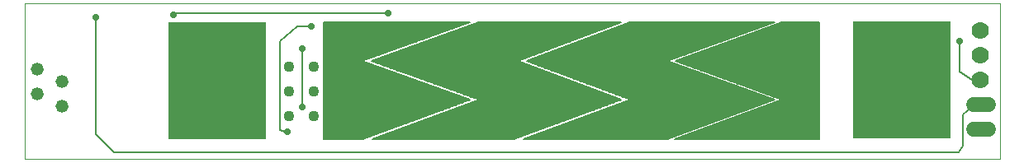
<source format=gbl>
G75*
G70*
%OFA0B0*%
%FSLAX24Y24*%
%IPPOS*%
%LPD*%
%AMOC8*
5,1,8,0,0,1.08239X$1,22.5*
%
%ADD10C,0.0000*%
%ADD11C,0.0436*%
%ADD12C,0.0520*%
%ADD13C,0.0050*%
%ADD14R,0.0500X0.0250*%
%ADD15R,0.3937X0.4724*%
%ADD16C,0.0600*%
%ADD17C,0.0700*%
%ADD18C,0.0277*%
%ADD19C,0.0079*%
D10*
X003649Y000907D02*
X043019Y000907D01*
X043019Y007206D01*
X003649Y007206D01*
X003649Y000907D01*
D11*
X014319Y002647D03*
X015319Y002647D03*
X015319Y003647D03*
X014319Y003647D03*
X014319Y004647D03*
X015319Y004647D03*
D12*
X005149Y004057D03*
X004149Y003557D03*
X005149Y003057D03*
X004149Y004557D03*
D13*
X015733Y004548D02*
X018182Y004548D01*
X018047Y004596D02*
X015733Y004596D01*
X015733Y004645D02*
X017913Y004645D01*
X017778Y004693D02*
X015733Y004693D01*
X015733Y004742D02*
X017643Y004742D01*
X017509Y004791D02*
X015733Y004791D01*
X015733Y004839D02*
X017374Y004839D01*
X017297Y004888D02*
X015733Y004888D01*
X015733Y004936D02*
X017432Y004936D01*
X017567Y004985D02*
X015733Y004985D01*
X015733Y005033D02*
X017701Y005033D01*
X017836Y005082D02*
X015733Y005082D01*
X015733Y005130D02*
X017971Y005130D01*
X018105Y005179D02*
X015733Y005179D01*
X015733Y005227D02*
X018240Y005227D01*
X018375Y005276D02*
X015733Y005276D01*
X015733Y005325D02*
X018510Y005325D01*
X018644Y005373D02*
X015733Y005373D01*
X015733Y005422D02*
X018779Y005422D01*
X018914Y005470D02*
X015733Y005470D01*
X015733Y005519D02*
X019048Y005519D01*
X019183Y005567D02*
X015733Y005567D01*
X015733Y005616D02*
X019318Y005616D01*
X019453Y005664D02*
X015733Y005664D01*
X015733Y005713D02*
X019587Y005713D01*
X019722Y005761D02*
X015733Y005761D01*
X015733Y005810D02*
X019857Y005810D01*
X019991Y005859D02*
X015733Y005859D01*
X015733Y005907D02*
X020126Y005907D01*
X020227Y005810D02*
X026039Y005810D01*
X025911Y005761D02*
X020094Y005761D01*
X019960Y005713D02*
X025782Y005713D01*
X025879Y005616D02*
X031622Y005616D01*
X031694Y005519D02*
X035733Y005519D01*
X035733Y005567D02*
X031826Y005567D01*
X031756Y005664D02*
X026008Y005664D01*
X026136Y005713D02*
X031889Y005713D01*
X031958Y005616D02*
X035733Y005616D01*
X035733Y005664D02*
X032090Y005664D01*
X032023Y005761D02*
X026265Y005761D01*
X026168Y005859D02*
X020361Y005859D01*
X020494Y005907D02*
X026297Y005907D01*
X026394Y005810D02*
X032156Y005810D01*
X032290Y005859D02*
X026522Y005859D01*
X026651Y005907D02*
X032423Y005907D01*
X032487Y005810D02*
X035733Y005810D01*
X035733Y005859D02*
X032620Y005859D01*
X032752Y005907D02*
X035733Y005907D01*
X035733Y005956D02*
X032884Y005956D01*
X032824Y006053D02*
X027037Y006053D01*
X026940Y006150D02*
X021162Y006150D01*
X021069Y006247D02*
X015733Y006247D01*
X015733Y006295D02*
X021204Y006295D01*
X021295Y006198D02*
X027068Y006198D01*
X027197Y006247D02*
X021429Y006247D01*
X021562Y006295D02*
X027326Y006295D01*
X027423Y006198D02*
X033224Y006198D01*
X033091Y006150D02*
X027294Y006150D01*
X027165Y006101D02*
X032957Y006101D01*
X033016Y006004D02*
X035733Y006004D01*
X035733Y006053D02*
X033149Y006053D01*
X033281Y006101D02*
X035733Y006101D01*
X035733Y006150D02*
X033413Y006150D01*
X033358Y006247D02*
X027551Y006247D01*
X027680Y006295D02*
X033491Y006295D01*
X033545Y006198D02*
X035733Y006198D01*
X035733Y006247D02*
X033678Y006247D01*
X033810Y006295D02*
X035733Y006295D01*
X035733Y006344D02*
X033942Y006344D01*
X033892Y006441D02*
X028066Y006441D01*
X028095Y006452D02*
X033922Y006452D01*
X029591Y004877D01*
X033922Y003302D01*
X029591Y001728D01*
X023804Y001728D01*
X028134Y003302D01*
X023922Y004877D01*
X028095Y006452D01*
X027937Y006392D02*
X033758Y006392D01*
X033625Y006344D02*
X027809Y006344D01*
X027741Y006452D02*
X023567Y004877D01*
X027741Y003302D01*
X023410Y001728D01*
X017701Y001728D01*
X022032Y003302D01*
X017662Y004877D01*
X021993Y006452D01*
X027741Y006452D01*
X027712Y006441D02*
X021962Y006441D01*
X021829Y006392D02*
X027583Y006392D01*
X027454Y006344D02*
X021696Y006344D01*
X021638Y006452D02*
X015733Y006452D01*
X015733Y001728D01*
X017308Y001728D01*
X021638Y003302D01*
X017268Y004877D01*
X021638Y006452D01*
X021608Y006441D02*
X015733Y006441D01*
X015733Y006392D02*
X021473Y006392D01*
X021338Y006344D02*
X015733Y006344D01*
X015733Y006198D02*
X020934Y006198D01*
X020800Y006150D02*
X015733Y006150D01*
X015733Y006101D02*
X020665Y006101D01*
X020761Y006004D02*
X026554Y006004D01*
X026683Y006053D02*
X020895Y006053D01*
X021028Y006101D02*
X026811Y006101D01*
X026908Y006004D02*
X032690Y006004D01*
X032557Y005956D02*
X026780Y005956D01*
X026425Y005956D02*
X020628Y005956D01*
X020530Y006053D02*
X015733Y006053D01*
X015733Y006004D02*
X020396Y006004D01*
X020261Y005956D02*
X015733Y005956D01*
X019159Y005422D02*
X025010Y005422D01*
X024882Y005373D02*
X019026Y005373D01*
X018892Y005325D02*
X024753Y005325D01*
X024850Y005227D02*
X030554Y005227D01*
X030635Y005130D02*
X035733Y005130D01*
X035733Y005082D02*
X030503Y005082D01*
X030371Y005033D02*
X035733Y005033D01*
X035733Y004985D02*
X030238Y004985D01*
X030154Y005082D02*
X024464Y005082D01*
X024593Y005130D02*
X030287Y005130D01*
X030421Y005179D02*
X024721Y005179D01*
X024624Y005276D02*
X018759Y005276D01*
X018625Y005227D02*
X024496Y005227D01*
X024367Y005179D02*
X018492Y005179D01*
X018358Y005130D02*
X024238Y005130D01*
X024110Y005082D02*
X018225Y005082D01*
X018091Y005033D02*
X023981Y005033D01*
X023852Y004985D02*
X017958Y004985D01*
X017824Y004936D02*
X023724Y004936D01*
X023668Y004839D02*
X017768Y004839D01*
X017691Y004888D02*
X023595Y004888D01*
X023949Y004888D02*
X029620Y004888D01*
X029696Y004839D02*
X024024Y004839D01*
X024078Y004936D02*
X029753Y004936D01*
X029887Y004985D02*
X024207Y004985D01*
X024335Y005033D02*
X030020Y005033D01*
X030106Y004936D02*
X035733Y004936D01*
X035733Y004888D02*
X029974Y004888D01*
X029945Y004877D02*
X034237Y003302D01*
X029906Y001728D01*
X035733Y001728D01*
X035733Y006452D01*
X034237Y006452D01*
X029945Y004877D01*
X030049Y004839D02*
X035733Y004839D01*
X035733Y004791D02*
X030181Y004791D01*
X030096Y004693D02*
X024413Y004693D01*
X024543Y004645D02*
X030230Y004645D01*
X030314Y004742D02*
X035733Y004742D01*
X035733Y004693D02*
X030446Y004693D01*
X030363Y004596D02*
X024673Y004596D01*
X024803Y004548D02*
X030497Y004548D01*
X030630Y004499D02*
X024933Y004499D01*
X025062Y004451D02*
X030764Y004451D01*
X030843Y004548D02*
X035733Y004548D01*
X035733Y004596D02*
X030710Y004596D01*
X030578Y004645D02*
X035733Y004645D01*
X035733Y004499D02*
X030975Y004499D01*
X031107Y004451D02*
X035733Y004451D01*
X035733Y004402D02*
X031240Y004402D01*
X031164Y004305D02*
X025452Y004305D01*
X025582Y004257D02*
X031298Y004257D01*
X031372Y004354D02*
X035733Y004354D01*
X035733Y004305D02*
X031504Y004305D01*
X031431Y004208D02*
X025712Y004208D01*
X025842Y004159D02*
X031565Y004159D01*
X031698Y004111D02*
X025971Y004111D01*
X026101Y004062D02*
X031832Y004062D01*
X031901Y004159D02*
X035733Y004159D01*
X035733Y004111D02*
X032033Y004111D01*
X032166Y004062D02*
X035733Y004062D01*
X035733Y004014D02*
X032298Y004014D01*
X032232Y003917D02*
X026491Y003917D01*
X026621Y003868D02*
X032366Y003868D01*
X032430Y003965D02*
X035733Y003965D01*
X035733Y003917D02*
X032562Y003917D01*
X032499Y003820D02*
X026751Y003820D01*
X026880Y003771D02*
X032633Y003771D01*
X032766Y003723D02*
X027010Y003723D01*
X027140Y003674D02*
X032900Y003674D01*
X032959Y003771D02*
X035733Y003771D01*
X035733Y003723D02*
X033092Y003723D01*
X033224Y003674D02*
X035733Y003674D01*
X035733Y003626D02*
X033356Y003626D01*
X033300Y003528D02*
X027530Y003528D01*
X027659Y003480D02*
X033434Y003480D01*
X033488Y003577D02*
X035733Y003577D01*
X035733Y003528D02*
X033621Y003528D01*
X033567Y003431D02*
X027789Y003431D01*
X027919Y003383D02*
X033701Y003383D01*
X033834Y003334D02*
X028049Y003334D01*
X028089Y003286D02*
X033876Y003286D01*
X033924Y003189D02*
X035733Y003189D01*
X035733Y003237D02*
X034057Y003237D01*
X034191Y003286D02*
X035733Y003286D01*
X035733Y003334D02*
X034150Y003334D01*
X034017Y003383D02*
X035733Y003383D01*
X035733Y003431D02*
X033885Y003431D01*
X033753Y003480D02*
X035733Y003480D01*
X035733Y003820D02*
X032827Y003820D01*
X032695Y003868D02*
X035733Y003868D01*
X035733Y004208D02*
X031769Y004208D01*
X031636Y004257D02*
X035733Y004257D01*
X032099Y003965D02*
X026361Y003965D01*
X026231Y004014D02*
X031965Y004014D01*
X031031Y004354D02*
X025322Y004354D01*
X025192Y004402D02*
X030897Y004402D01*
X029963Y004742D02*
X024283Y004742D01*
X024153Y004791D02*
X029829Y004791D01*
X030768Y005179D02*
X035733Y005179D01*
X035733Y005227D02*
X030900Y005227D01*
X030821Y005325D02*
X025107Y005325D01*
X024979Y005276D02*
X030688Y005276D01*
X030955Y005373D02*
X025236Y005373D01*
X025139Y005470D02*
X019293Y005470D01*
X019426Y005519D02*
X025267Y005519D01*
X025364Y005422D02*
X031088Y005422D01*
X031222Y005470D02*
X025493Y005470D01*
X025622Y005519D02*
X031355Y005519D01*
X031429Y005422D02*
X035733Y005422D01*
X035733Y005470D02*
X031561Y005470D01*
X031297Y005373D02*
X035733Y005373D01*
X035733Y005325D02*
X031164Y005325D01*
X031032Y005276D02*
X035733Y005276D01*
X035733Y005713D02*
X032223Y005713D01*
X032355Y005761D02*
X035733Y005761D01*
X035733Y006392D02*
X034075Y006392D01*
X034207Y006441D02*
X035733Y006441D01*
X031489Y005567D02*
X025750Y005567D01*
X025653Y005664D02*
X019827Y005664D01*
X019693Y005616D02*
X025525Y005616D01*
X025396Y005567D02*
X019560Y005567D01*
X018037Y004742D02*
X023926Y004742D01*
X024054Y004693D02*
X018172Y004693D01*
X018306Y004645D02*
X024183Y004645D01*
X024311Y004596D02*
X018441Y004596D01*
X018576Y004548D02*
X024440Y004548D01*
X024569Y004499D02*
X018711Y004499D01*
X018845Y004451D02*
X024697Y004451D01*
X024826Y004402D02*
X018980Y004402D01*
X019115Y004354D02*
X024955Y004354D01*
X025083Y004305D02*
X019249Y004305D01*
X019384Y004257D02*
X025212Y004257D01*
X025341Y004208D02*
X019519Y004208D01*
X019653Y004159D02*
X025469Y004159D01*
X025598Y004111D02*
X019788Y004111D01*
X019923Y004062D02*
X025726Y004062D01*
X025855Y004014D02*
X020058Y004014D01*
X020192Y003965D02*
X025984Y003965D01*
X026112Y003917D02*
X020327Y003917D01*
X020462Y003868D02*
X026241Y003868D01*
X026370Y003820D02*
X020596Y003820D01*
X020731Y003771D02*
X026498Y003771D01*
X026627Y003723D02*
X020866Y003723D01*
X021001Y003674D02*
X026756Y003674D01*
X026884Y003626D02*
X021135Y003626D01*
X021270Y003577D02*
X027013Y003577D01*
X027142Y003528D02*
X021405Y003528D01*
X021539Y003480D02*
X027270Y003480D01*
X027399Y003431D02*
X021674Y003431D01*
X021809Y003383D02*
X027527Y003383D01*
X027656Y003334D02*
X021944Y003334D01*
X021986Y003286D02*
X027695Y003286D01*
X027561Y003237D02*
X021853Y003237D01*
X021719Y003189D02*
X027428Y003189D01*
X027294Y003140D02*
X021586Y003140D01*
X021452Y003092D02*
X027161Y003092D01*
X027027Y003043D02*
X021319Y003043D01*
X021185Y002994D02*
X026894Y002994D01*
X026760Y002946D02*
X021052Y002946D01*
X020918Y002897D02*
X026627Y002897D01*
X026493Y002849D02*
X020785Y002849D01*
X020651Y002800D02*
X026360Y002800D01*
X026226Y002752D02*
X020518Y002752D01*
X020384Y002703D02*
X026093Y002703D01*
X025959Y002655D02*
X020251Y002655D01*
X020117Y002606D02*
X025826Y002606D01*
X025692Y002558D02*
X019984Y002558D01*
X019850Y002509D02*
X025559Y002509D01*
X025425Y002460D02*
X019717Y002460D01*
X019583Y002412D02*
X025292Y002412D01*
X025158Y002363D02*
X019450Y002363D01*
X019316Y002315D02*
X025025Y002315D01*
X024891Y002266D02*
X019183Y002266D01*
X019049Y002218D02*
X024758Y002218D01*
X024624Y002169D02*
X018916Y002169D01*
X018782Y002121D02*
X024491Y002121D01*
X024357Y002072D02*
X018649Y002072D01*
X018515Y002024D02*
X024224Y002024D01*
X024091Y001975D02*
X018382Y001975D01*
X018248Y001926D02*
X023957Y001926D01*
X023824Y001878D02*
X018115Y001878D01*
X017981Y001829D02*
X023690Y001829D01*
X023557Y001781D02*
X017848Y001781D01*
X017714Y001732D02*
X023423Y001732D01*
X023817Y001732D02*
X029604Y001732D01*
X029738Y001781D02*
X023950Y001781D01*
X024084Y001829D02*
X029871Y001829D01*
X029919Y001732D02*
X035733Y001732D01*
X035733Y001781D02*
X030053Y001781D01*
X030005Y001878D02*
X024217Y001878D01*
X024351Y001926D02*
X030138Y001926D01*
X030186Y001829D02*
X035733Y001829D01*
X035733Y001878D02*
X030320Y001878D01*
X030272Y001975D02*
X024484Y001975D01*
X024618Y002024D02*
X030405Y002024D01*
X030539Y002072D02*
X024751Y002072D01*
X024885Y002121D02*
X030672Y002121D01*
X030720Y002024D02*
X035733Y002024D01*
X035733Y002072D02*
X030854Y002072D01*
X030987Y002121D02*
X035733Y002121D01*
X035733Y002169D02*
X031121Y002169D01*
X031073Y002266D02*
X025285Y002266D01*
X025152Y002218D02*
X030939Y002218D01*
X030806Y002169D02*
X025018Y002169D01*
X025419Y002315D02*
X031206Y002315D01*
X031254Y002218D02*
X035733Y002218D01*
X035733Y002266D02*
X031388Y002266D01*
X031340Y002363D02*
X025552Y002363D01*
X025686Y002412D02*
X031473Y002412D01*
X031607Y002460D02*
X025819Y002460D01*
X025953Y002509D02*
X031740Y002509D01*
X031788Y002412D02*
X035733Y002412D01*
X035733Y002460D02*
X031921Y002460D01*
X032055Y002509D02*
X035733Y002509D01*
X035733Y002558D02*
X032189Y002558D01*
X032141Y002655D02*
X026353Y002655D01*
X026487Y002703D02*
X032274Y002703D01*
X032322Y002606D02*
X035733Y002606D01*
X035733Y002655D02*
X032455Y002655D01*
X032408Y002752D02*
X026620Y002752D01*
X026754Y002800D02*
X032541Y002800D01*
X032674Y002849D02*
X026887Y002849D01*
X027021Y002897D02*
X032808Y002897D01*
X032856Y002800D02*
X035733Y002800D01*
X035733Y002752D02*
X032722Y002752D01*
X032589Y002703D02*
X035733Y002703D01*
X035733Y002849D02*
X032989Y002849D01*
X033123Y002897D02*
X035733Y002897D01*
X035733Y002946D02*
X033256Y002946D01*
X033208Y003043D02*
X027421Y003043D01*
X027288Y002994D02*
X033075Y002994D01*
X032941Y002946D02*
X027154Y002946D01*
X027555Y003092D02*
X033342Y003092D01*
X033475Y003140D02*
X027688Y003140D01*
X027822Y003189D02*
X033609Y003189D01*
X033657Y003092D02*
X035733Y003092D01*
X035733Y003140D02*
X033790Y003140D01*
X033742Y003237D02*
X027955Y003237D01*
X027400Y003577D02*
X033167Y003577D01*
X033033Y003626D02*
X027270Y003626D01*
X021592Y003286D02*
X015733Y003286D01*
X015733Y003334D02*
X021550Y003334D01*
X021415Y003383D02*
X015733Y003383D01*
X015733Y003431D02*
X021280Y003431D01*
X021146Y003480D02*
X015733Y003480D01*
X015733Y003528D02*
X021011Y003528D01*
X020876Y003577D02*
X015733Y003577D01*
X015733Y003626D02*
X020742Y003626D01*
X020607Y003674D02*
X015733Y003674D01*
X015733Y003723D02*
X020472Y003723D01*
X020337Y003771D02*
X015733Y003771D01*
X015733Y003820D02*
X020203Y003820D01*
X020068Y003868D02*
X015733Y003868D01*
X015733Y003917D02*
X019933Y003917D01*
X019799Y003965D02*
X015733Y003965D01*
X015733Y004014D02*
X019664Y004014D01*
X019529Y004062D02*
X015733Y004062D01*
X015733Y004111D02*
X019394Y004111D01*
X019260Y004159D02*
X015733Y004159D01*
X015733Y004208D02*
X019125Y004208D01*
X018990Y004257D02*
X015733Y004257D01*
X015733Y004305D02*
X018856Y004305D01*
X018721Y004354D02*
X015733Y004354D01*
X015733Y004402D02*
X018586Y004402D01*
X018452Y004451D02*
X015733Y004451D01*
X015733Y004499D02*
X018317Y004499D01*
X017902Y004791D02*
X023797Y004791D01*
X021459Y003237D02*
X015733Y003237D01*
X015733Y003189D02*
X021325Y003189D01*
X021192Y003140D02*
X015733Y003140D01*
X015733Y003092D02*
X021058Y003092D01*
X020925Y003043D02*
X015733Y003043D01*
X015733Y002994D02*
X020791Y002994D01*
X020658Y002946D02*
X015733Y002946D01*
X015733Y002897D02*
X020524Y002897D01*
X020391Y002849D02*
X015733Y002849D01*
X015733Y002800D02*
X020258Y002800D01*
X020124Y002752D02*
X015733Y002752D01*
X015733Y002703D02*
X019991Y002703D01*
X019857Y002655D02*
X015733Y002655D01*
X015733Y002606D02*
X019724Y002606D01*
X019590Y002558D02*
X015733Y002558D01*
X015733Y002509D02*
X019457Y002509D01*
X019323Y002460D02*
X015733Y002460D01*
X015733Y002412D02*
X019190Y002412D01*
X019056Y002363D02*
X015733Y002363D01*
X015733Y002315D02*
X018923Y002315D01*
X018789Y002266D02*
X015733Y002266D01*
X015733Y002218D02*
X018656Y002218D01*
X018522Y002169D02*
X015733Y002169D01*
X015733Y002121D02*
X018389Y002121D01*
X018255Y002072D02*
X015733Y002072D01*
X015733Y002024D02*
X018122Y002024D01*
X017988Y001975D02*
X015733Y001975D01*
X015733Y001926D02*
X017855Y001926D01*
X017721Y001878D02*
X015733Y001878D01*
X015733Y001829D02*
X017588Y001829D01*
X017454Y001781D02*
X015733Y001781D01*
X015733Y001732D02*
X017321Y001732D01*
X026086Y002558D02*
X031874Y002558D01*
X032007Y002606D02*
X026220Y002606D01*
X030453Y001926D02*
X035733Y001926D01*
X035733Y001975D02*
X030587Y001975D01*
X031521Y002315D02*
X035733Y002315D01*
X035733Y002363D02*
X031655Y002363D01*
X033390Y002994D02*
X035733Y002994D01*
X035733Y003043D02*
X033523Y003043D01*
D14*
X034709Y004090D03*
X028174Y004326D03*
X022544Y004090D03*
X016481Y003972D03*
D15*
X011446Y004072D03*
X039065Y004119D03*
D16*
X041952Y003107D02*
X042552Y003107D01*
X042552Y002107D02*
X041952Y002107D01*
D17*
X042247Y004108D03*
X042247Y005108D03*
X042247Y006108D03*
D18*
X041412Y005675D03*
X034066Y004151D03*
X038082Y004065D03*
X028137Y003946D03*
X022570Y004466D03*
X018471Y003513D03*
X014849Y003007D03*
X014249Y002007D03*
X011446Y004072D03*
X014849Y005380D03*
X015241Y006291D03*
X018341Y006817D03*
X009676Y006738D03*
X006546Y006647D03*
D19*
X006546Y001907D01*
X007267Y001187D01*
X041365Y001187D01*
X041530Y001439D01*
X041530Y002706D01*
X042038Y003128D01*
X042428Y003128D01*
X039065Y004119D02*
X039011Y004065D01*
X038082Y004065D01*
X041412Y004439D02*
X041897Y004131D01*
X042424Y004131D01*
X041412Y004439D02*
X041412Y005675D01*
X034709Y004090D02*
X034648Y004151D01*
X034066Y004151D01*
X028174Y004326D02*
X028137Y004289D01*
X028137Y003946D01*
X022570Y004116D02*
X022544Y004090D01*
X022570Y004116D02*
X022570Y004466D01*
X018471Y003513D02*
X016939Y003513D01*
X016481Y003972D01*
X014849Y003007D02*
X014849Y005380D01*
X014667Y006294D02*
X013958Y005691D01*
X013958Y002091D01*
X014149Y002007D01*
X014249Y002007D01*
X014667Y006294D02*
X015241Y006291D01*
X018341Y006817D02*
X009755Y006817D01*
X009676Y006738D01*
M02*

</source>
